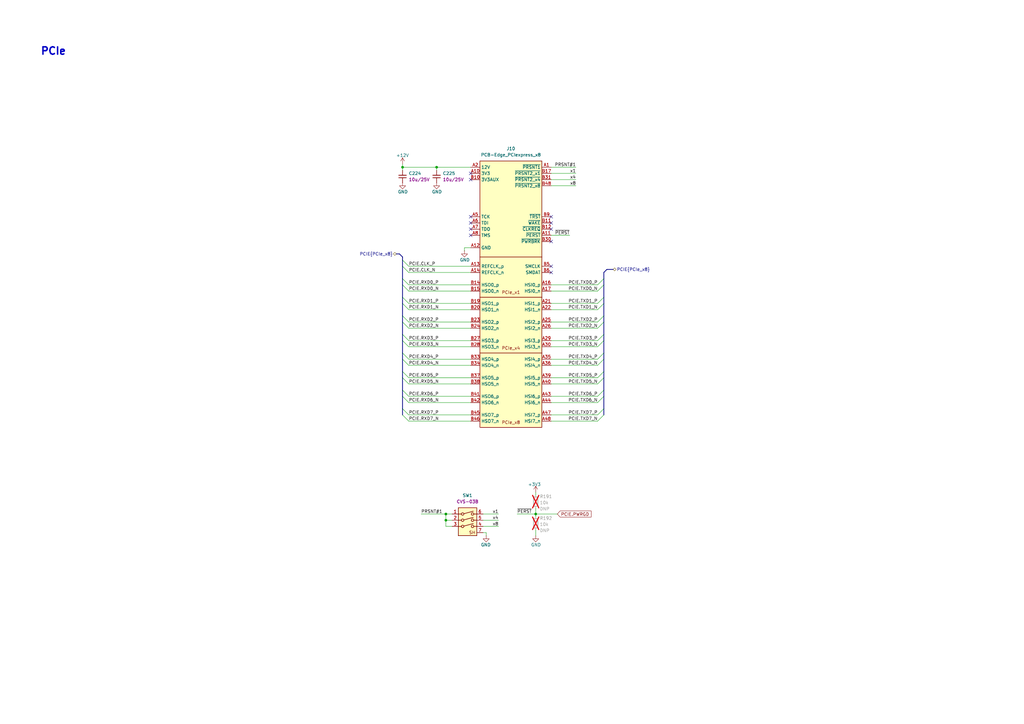
<source format=kicad_sch>
(kicad_sch (version 20230121) (generator eeschema)
  (paper "A3")
  (title_block (title "RDIMM DDR5 Tester") (date "2024-10") (rev "2.0.0") (comment 1 "www.antmicro.com") (comment 2 "Antmicro Ltd"))
  (lib_symbols
    (symbol "antmicroCapacitors0402:C_100n_0402" (pin_numbers hide) (pin_names hide)
      (property "Reference" "C" (at 20.32 -5.08 0))
      (property "Val" "100n" (at 20.32 -7.62 0))
      (symbol "C_100n_0402_0_1"
        (polyline (pts (xy 2.032 -1.524) (xy 2.032 1.524)) (stroke (width 0.3048)))
        (polyline (pts (xy 3.048 -1.524) (xy 3.048 1.524)) (stroke (width 0.3302)))
      )
      (symbol "C_100n_0402_1_1"
        (pin passive line (at 0 0 0) (length 2.032) (name "~") (number "1"))
        (pin passive line (at 5.08 0 180) (length 2.032) (name "~") (number "2"))
      )
    )
    (symbol "antmicroCapacitors0603:C_10u_25V_0603" (pin_numbers hide) (pin_names hide)
      (property "Reference" "C" (at 20.32 -5.08 0))
      (property "Val" "10u/25V" (at 20.32 -7.62 0))
      (symbol "C_10u_25V_0603_0_1"
        (polyline (pts (xy 2.032 -1.524) (xy 2.032 1.524)) (stroke (width 0.3048)))
        (polyline (pts (xy 3.048 -1.524) (xy 3.048 1.524)) (stroke (width 0.3302)))
      )
      (symbol "C_10u_25V_0603_1_1"
        (pin passive line (at 0 0 0) (length 2.032) (name "~") (number "1"))
        (pin passive line (at 5.08 0 180) (length 2.032) (name "~") (number "2"))
      )
    )
    (symbol "antmicroEdgeConnectors:PCB-Edge_PCIexpress_x8" (in_bom no)
      (property "Reference" "J" (at 48.26 -5.08 0))
      (property "Value" "PCB-Edge_PCIexpress_x8" (at 48.26 -7.62 0))
      (symbol "PCB-Edge_PCIexpress_x8_1_1"
        (polyline (pts (xy 3.81 -76.2) (xy 29.21 -76.2)) (stroke (width 0.254)) (fill (type background)))
        (polyline (pts (xy 29.21 -53.34) (xy 3.81 -53.34)) (stroke (width 0.254)) (fill (type background)))
        (polyline (pts (xy 29.21 -36.83) (xy 3.81 -36.83)) (stroke (width 0.254)) (fill (type background)))
        (rectangle (start 3.81 2.54) (end 29.21 -106.68) (stroke (width 0.254)) (fill (type background)))
        (text "PCIe_x1" (at 12.7 -52.07 0) (effects (font (size 1.27 1.27)) (justify left bottom)))
        (text "PCIe_x4" (at 12.7 -74.93 0) (effects (font (size 1.27 1.27)) (justify left bottom)))
        (text "PCIe_x8" (at 12.7 -105.41 0) (effects (font (size 1.27 1.27)) (justify left bottom)))
        (pin passive line (at 33.02 0 180) (length 3.81) (name "~{PRSNT1}") (number "A1"))
        (pin power_in line (at 0 -2.54 0) (length 3.81) (name "3V3") (number "A10"))
        (pin open_collector line (at 33.02 -27.94 180) (length 3.81) (name "~{PERST}") (number "A11"))
        (pin passive line (at 0 -33.02 0) (length 3.81) (name "GND") (number "A12"))
        (pin input line (at 0 -40.64 0) (length 3.81) (name "REFCLK_p") (number "A13"))
        (pin input line (at 0 -43.18 0) (length 3.81) (name "REFCLK_n") (number "A14"))
        (pin passive line (at 0 -33.02 0) (length 3.81) hide (name "GND") (number "A15"))
        (pin output line (at 33.02 -48.26 180) (length 3.81) (name "HSI0_p") (number "A16"))
        (pin output line (at 33.02 -50.8 180) (length 3.81) (name "HSI0_n") (number "A17"))
        (pin passive line (at 0 -33.02 0) (length 3.81) hide (name "GND") (number "A18"))
        (pin no_connect line (at 3.81 -7.62 0) (length 3.81) hide (name "NC") (number "A19"))
        (pin power_in line (at 0 0 0) (length 3.81) (name "12V") (number "A2"))
        (pin passive line (at 0 -33.02 0) (length 3.81) hide (name "GND") (number "A20"))
        (pin output line (at 33.02 -55.88 180) (length 3.81) (name "HSI1_p") (number "A21"))
        (pin output line (at 33.02 -58.42 180) (length 3.81) (name "HSI1_n") (number "A22"))
        (pin passive line (at 0 -33.02 0) (length 3.81) hide (name "GND") (number "A23"))
        (pin passive line (at 0 -33.02 0) (length 3.81) hide (name "GND") (number "A24"))
        (pin output line (at 33.02 -63.5 180) (length 3.81) (name "HSI2_p") (number "A25"))
        (pin output line (at 33.02 -66.04 180) (length 3.81) (name "HSI2_n") (number "A26"))
        (pin passive line (at 0 -33.02 0) (length 3.81) hide (name "GND") (number "A27"))
        (pin passive line (at 0 -33.02 0) (length 3.81) hide (name "GND") (number "A28"))
        (pin output line (at 33.02 -71.12 180) (length 3.81) (name "HSI3_p") (number "A29"))
        (pin passive line (at 0 0 0) (length 3.81) hide (name "12V") (number "A3"))
        (pin output line (at 33.02 -73.66 180) (length 3.81) (name "HSI3_n") (number "A30"))
        (pin passive line (at 0 -33.02 0) (length 3.81) hide (name "GND") (number "A31"))
        (pin no_connect line (at 3.81 -10.16 0) (length 3.81) hide (name "NC") (number "A32"))
        (pin no_connect line (at 3.81 -12.7 0) (length 3.81) hide (name "NC") (number "A33"))
        (pin passive line (at 0 -33.02 0) (length 3.81) hide (name "GND") (number "A34"))
        (pin output line (at 33.02 -78.74 180) (length 3.81) (name "HSI4_p") (number "A35"))
        (pin output line (at 33.02 -81.28 180) (length 3.81) (name "HSI4_n") (number "A36"))
        (pin passive line (at 0 -33.02 0) (length 3.81) hide (name "GND") (number "A37"))
        (pin passive line (at 0 -33.02 0) (length 3.81) hide (name "GND") (number "A38"))
        (pin output line (at 33.02 -86.36 180) (length 3.81) (name "HSI5_p") (number "A39"))
        (pin passive line (at 0 -33.02 0) (length 3.81) hide (name "GND") (number "A4"))
        (pin output line (at 33.02 -88.9 180) (length 3.81) (name "HSI5_n") (number "A40"))
        (pin passive line (at 0 -33.02 0) (length 3.81) hide (name "GND") (number "A41"))
        (pin passive line (at 0 -33.02 0) (length 3.81) hide (name "GND") (number "A42"))
        (pin output line (at 33.02 -93.98 180) (length 3.81) (name "HSI6_p") (number "A43"))
        (pin output line (at 33.02 -96.52 180) (length 3.81) (name "HSI6_n") (number "A44"))
        (pin passive line (at 0 -33.02 0) (length 3.81) hide (name "GND") (number "A45"))
        (pin passive line (at 0 -33.02 0) (length 3.81) hide (name "GND") (number "A46"))
        (pin output line (at 33.02 -101.6 180) (length 3.81) (name "HSI7_p") (number "A47"))
        (pin output line (at 33.02 -104.14 180) (length 3.81) (name "HSI7_n") (number "A48"))
        (pin passive line (at 0 -33.02 0) (length 3.81) hide (name "GND") (number "A49"))
        (pin input line (at 0 -20.32 0) (length 3.81) (name "TCK") (number "A5"))
        (pin input line (at 0 -22.86 0) (length 3.81) (name "TDI") (number "A6"))
        (pin output line (at 0 -25.4 0) (length 3.81) (name "TDO") (number "A7"))
        (pin input line (at 0 -27.94 0) (length 3.81) (name "TMS") (number "A8"))
        (pin passive line (at 0 -2.54 0) (length 3.81) hide (name "3V3") (number "A9"))
        (pin passive line (at 0 0 0) (length 3.81) hide (name "12V") (number "B1"))
        (pin power_in line (at 0 -5.08 0) (length 3.81) (name "3V3AUX") (number "B10"))
        (pin open_collector line (at 33.02 -22.86 180) (length 3.81) (name "~{WAKE}") (number "B11"))
        (pin open_collector line (at 33.02 -25.4 180) (length 3.81) (name "~{CLKREQ}") (number "B12"))
        (pin passive line (at 0 -33.02 0) (length 3.81) hide (name "GND") (number "B13"))
        (pin input line (at 0 -48.26 0) (length 3.81) (name "HSO0_p") (number "B14"))
        (pin input line (at 0 -50.8 0) (length 3.81) (name "HSO0_n") (number "B15"))
        (pin passive line (at 0 -33.02 0) (length 3.81) hide (name "GND") (number "B16"))
        (pin passive line (at 33.02 -2.54 180) (length 3.81) (name "~{PRSNT2_x1}") (number "B17"))
        (pin passive line (at 0 -33.02 0) (length 3.81) hide (name "GND") (number "B18"))
        (pin input line (at 0 -55.88 0) (length 3.81) (name "HSO1_p") (number "B19"))
        (pin passive line (at 0 0 0) (length 3.81) hide (name "12V") (number "B2"))
        (pin input line (at 0 -58.42 0) (length 3.81) (name "HSO1_n") (number "B20"))
        (pin passive line (at 0 -33.02 0) (length 3.81) hide (name "GND") (number "B21"))
        (pin passive line (at 0 -33.02 0) (length 3.81) hide (name "GND") (number "B22"))
        (pin input line (at 0 -63.5 0) (length 3.81) (name "HSO2_p") (number "B23"))
        (pin input line (at 0 -66.04 0) (length 3.81) (name "HSO2_n") (number "B24"))
        (pin passive line (at 0 -33.02 0) (length 3.81) hide (name "GND") (number "B25"))
        (pin passive line (at 0 -33.02 0) (length 3.81) hide (name "GND") (number "B26"))
        (pin input line (at 0 -71.12 0) (length 3.81) (name "HSO3_p") (number "B27"))
        (pin input line (at 0 -73.66 0) (length 3.81) (name "HSO3_n") (number "B28"))
        (pin passive line (at 0 -33.02 0) (length 3.81) hide (name "GND") (number "B29"))
        (pin passive line (at 0 0 0) (length 3.81) hide (name "12V") (number "B3"))
        (pin open_collector line (at 33.02 -30.48 180) (length 3.81) (name "~{PWRBRK}") (number "B30"))
        (pin passive line (at 33.02 -5.08 180) (length 3.81) (name "~{PRSNT2_x4}") (number "B31"))
        (pin passive line (at 0 -33.02 0) (length 3.81) hide (name "GND") (number "B32"))
        (pin input line (at 0 -78.74 0) (length 3.81) (name "HSO4_p") (number "B33"))
        (pin input line (at 0 -81.28 0) (length 3.81) (name "HSO4_n") (number "B34"))
        (pin passive line (at 0 -33.02 0) (length 3.81) hide (name "GND") (number "B35"))
        (pin passive line (at 0 -33.02 0) (length 3.81) hide (name "GND") (number "B36"))
        (pin input line (at 0 -86.36 0) (length 3.81) (name "HSO5_p") (number "B37"))
        (pin input line (at 0 -88.9 0) (length 3.81) (name "HSO5_n") (number "B38"))
        (pin passive line (at 0 -33.02 0) (length 3.81) hide (name "GND") (number "B39"))
        (pin passive line (at 0 -33.02 0) (length 3.81) hide (name "GND") (number "B4"))
        (pin passive line (at 0 -33.02 0) (length 3.81) hide (name "GND") (number "B40"))
        (pin input line (at 0 -93.98 0) (length 3.81) (name "HSO6_p") (number "B41"))
        (pin input line (at 0 -96.52 0) (length 3.81) (name "HSO6_n") (number "B42"))
        (pin passive line (at 0 -33.02 0) (length 3.81) hide (name "GND") (number "B43"))
        (pin passive line (at 0 -33.02 0) (length 3.81) hide (name "GND") (number "B44"))
        (pin input line (at 0 -101.6 0) (length 3.81) (name "HSO7_p") (number "B45"))
        (pin input line (at 0 -104.14 0) (length 3.81) (name "HSO7_n") (number "B46"))
        (pin passive line (at 0 -33.02 0) (length 3.81) hide (name "GND") (number "B47"))
        (pin passive line (at 33.02 -7.62 180) (length 3.81) (name "~{PRSNT2_x8}") (number "B48"))
        (pin passive line (at 0 -33.02 0) (length 3.81) hide (name "GND") (number "B49"))
        (pin open_collector line (at 33.02 -40.64 180) (length 3.81) (name "SMCLK") (number "B5"))
        (pin open_collector line (at 33.02 -43.18 180) (length 3.81) (name "SMDAT") (number "B6"))
        (pin passive line (at 0 -33.02 0) (length 3.81) hide (name "GND") (number "B7"))
        (pin passive line (at 0 -2.54 0) (length 3.81) hide (name "3V3") (number "B8"))
        (pin input line (at 33.02 -20.32 180) (length 3.81) (name "~{TRST}") (number "B9"))
      )
    )
    (symbol "antmicroResistors0402:R_10k_0402" (pin_numbers hide) (pin_names hide)
      (property "Reference" "R" (at 20.32 -5.08 0))
      (property "Val" "10k" (at 20.32 -7.62 0))
      (symbol "R_10k_0402_0_1"
        (rectangle (start 0.635 0.889) (end 4.445 -0.889) (stroke (width 0.254)))
      )
      (symbol "R_10k_0402_1_1"
        (pin passive line (at 0 0 0) (length 0.635) (name "~") (number "1"))
        (pin passive line (at 5.08 0 180) (length 0.635) (name "~") (number "2"))
      )
    )
    (symbol "antmicroSlideSwitches:CVS-03B" (pin_names hide)
      (property "Reference" "SW" (at 26.67 -2.54 0))
      (property "Value" "CVS-03B" (at 26.67 -5.08 0))
      (symbol "CVS-03B_1_1"
        (polyline (pts (xy 3.81 -2.54) (xy 2.54 -2.54)) (stroke (width 0.254)))
        (polyline (pts (xy 3.81 0) (xy 2.54 0)) (stroke (width 0.254)))
        (polyline (pts (xy 3.827 -5.0976) (xy 2.557 -5.0976)) (stroke (width 0.254)))
        (polyline (pts (xy 4.826 -4.953) (xy 8.7122 -3.9116)) (stroke (width 0.254)))
        (polyline (pts (xy 4.826 -2.413) (xy 8.7122 -1.3716)) (stroke (width 0.254)))
        (polyline (pts (xy 4.826 0.127) (xy 8.7122 1.1684)) (stroke (width 0.254)))
        (polyline (pts (xy 10.16 -5.08) (xy 8.89 -5.08)) (stroke (width 0.254)))
        (polyline (pts (xy 10.16 -2.54) (xy 8.89 -2.54)) (stroke (width 0.254)))
        (polyline (pts (xy 10.16 0) (xy 8.89 0)) (stroke (width 0.254)))
        (rectangle (start 2.54 2.54) (end 10.16 -8.89) (stroke (width 0.254)) (fill (type background)))
        (circle (center 4.318 -5.08) (radius 0.508) (stroke (width 0.254)))
        (circle (center 4.318 -2.54) (radius 0.508) (stroke (width 0.254)))
        (circle (center 4.318 0) (radius 0.508) (stroke (width 0.254)))
        (circle (center 8.382 -5.08) (radius 0.508) (stroke (width 0.254)))
        (circle (center 8.382 -2.54) (radius 0.508) (stroke (width 0.254)))
        (circle (center 8.382 0) (radius 0.508) (stroke (width 0.254)))
        (text "SH" (at 8.255 -7.62 0) (effects (font (size 1.27 1.27))))
        (pin passive line (at 0 0 0) (length 2.54) (name "1") (number "1"))
        (pin passive line (at 0 -2.54 0) (length 2.54) (name "2") (number "2"))
        (pin passive line (at 0 -5.08 0) (length 2.54) (name "3") (number "3"))
        (pin passive line (at 12.7 -5.08 180) (length 2.54) (name "4") (number "4"))
        (pin passive line (at 12.7 -2.54 180) (length 2.54) (name "5") (number "5"))
        (pin passive line (at 12.7 0 180) (length 2.54) (name "6") (number "6"))
        (pin power_in line (at 12.7 -7.62 180) (length 2.54) (name "7") (number "7"))
      )
    )
    (symbol "antmicropower:+12V" (power) (pin_names (offset 0))
      (property "Value" "+12V" (at 0 3.556 0))
      (symbol "+12V_0_1"
        (polyline (pts (xy -0.762 1.27) (xy 0 2.54)))
        (polyline (pts (xy 0 0) (xy 0 2.54)))
        (polyline (pts (xy 0 2.54) (xy 0.762 1.27)))
      )
      (symbol "+12V_1_1"
        (pin power_in line (at 0 0 90) (length 0) hide (name "+12V") (number "1"))
      )
    )
    (symbol "antmicropower:+3V3" (power) (pin_numbers hide) (pin_names hide)
      (property "Value" "+3V3" (at -3.175 2.54 0))
      (symbol "+3V3_0_1"
        (polyline (pts (xy 0 0) (xy 0 2.54)))
        (polyline (pts (xy 0 2.54) (xy -0.762 1.27)))
        (polyline (pts (xy 0 2.54) (xy 0.762 1.27)))
      )
      (symbol "+3V3_1_1"
        (pin power_in line (at 0 0 90) (length 0) hide (name "+3V3") (number "1"))
      )
    )
    (symbol "antmicropower:GND" (power) (pin_numbers hide) (pin_names hide)
      (property "Value" "GND" (at -1.905 -4.445 0))
      (symbol "GND_1_1"
        (polyline (pts (xy 0 0) (xy 0 -1.27) (xy 1.27 -1.27) (xy 0 -2.54) (xy -1.27 -1.27) (xy 0 -1.27)))
        (pin power_in line (at 0 0 270) (length 0) (name "GND") (number "1"))
      )
    )
    (symbol "data-center-rdimm-ddr5-tester:GND_10" (power) (pin_names (offset 0))
      (property "Value" "GND_10" (at 0 -3.81 0))
      (symbol "GND_10_0_1"
        (polyline (pts (xy 0 0) (xy 0 -1.27) (xy 1.27 -1.27) (xy 0 -2.54) (xy -1.27 -1.27) (xy 0 -1.27)))
      )
      (symbol "GND_10_1_1"
        (pin power_in line (at 0 0 270) (length 0) hide (name "GND") (number "1"))
      )
    )
  )
  (junction (at 182.88 213.36))
  (junction (at 179.07 68.58))
  (junction (at 219.71 210.82))
  (junction (at 182.88 210.82))
  (junction (at 165.1 68.58))
  (no_connect (at 193.04 73.66))
  (no_connect (at 193.04 96.52))
  (no_connect (at 226.06 109.22))
  (no_connect (at 226.06 99.06))
  (no_connect (at 193.04 88.9))
  (no_connect (at 226.06 91.44))
  (no_connect (at 226.06 93.98))
  (no_connect (at 226.06 111.76))
  (no_connect (at 193.04 91.44))
  (no_connect (at 226.06 88.9))
  (no_connect (at 193.04 93.98))
  (no_connect (at 193.04 71.12))
  (bus_entry (at 245.11 127) (size 2.54 -2.54))
  (bus_entry (at 245.11 172.72) (size 2.54 -2.54))
  (bus_entry (at 245.11 134.62) (size 2.54 -2.54))
  (bus_entry (at 245.11 147.32) (size 2.54 -2.54))
  (bus_entry (at 245.11 142.24) (size 2.54 -2.54))
  (bus_entry (at 245.11 116.84) (size 2.54 -2.54))
  (bus_entry (at 167.64 132.08) (size -2.54 -2.54))
  (bus_entry (at 245.11 149.86) (size 2.54 -2.54))
  (bus_entry (at 245.11 119.38) (size 2.54 -2.54))
  (bus_entry (at 245.11 165.1) (size 2.54 -2.54))
  (bus_entry (at 245.11 139.7) (size 2.54 -2.54))
  (bus_entry (at 167.64 162.56) (size -2.54 -2.54))
  (bus_entry (at 245.11 157.48) (size 2.54 -2.54))
  (bus_entry (at 245.11 124.46) (size 2.54 -2.54))
  (bus_entry (at 167.64 172.72) (size -2.54 -2.54))
  (bus_entry (at 167.64 119.38) (size -2.54 -2.54))
  (bus_entry (at 167.64 139.7) (size -2.54 -2.54))
  (bus_entry (at 167.64 149.86) (size -2.54 -2.54))
  (bus_entry (at 167.64 111.76) (size -2.54 -2.54))
  (bus_entry (at 245.11 170.18) (size 2.54 -2.54))
  (bus_entry (at 167.64 157.48) (size -2.54 -2.54))
  (bus_entry (at 245.11 132.08) (size 2.54 -2.54))
  (bus_entry (at 245.11 154.94) (size 2.54 -2.54))
  (bus_entry (at 167.64 109.22) (size -2.54 -2.54))
  (bus_entry (at 245.11 162.56) (size 2.54 -2.54))
  (bus_entry (at 167.64 134.62) (size -2.54 -2.54))
  (bus_entry (at 167.64 124.46) (size -2.54 -2.54))
  (bus_entry (at 167.64 142.24) (size -2.54 -2.54))
  (bus_entry (at 167.64 154.94) (size -2.54 -2.54))
  (bus_entry (at 167.64 165.1) (size -2.54 -2.54))
  (bus_entry (at 167.64 116.84) (size -2.54 -2.54))
  (bus_entry (at 167.64 170.18) (size -2.54 -2.54))
  (bus_entry (at 167.64 147.32) (size -2.54 -2.54))
  (bus_entry (at 167.64 127) (size -2.54 -2.54))
  (bus (pts (xy 165.1 129.54) (xy 165.1 132.08)))
  (wire (pts (xy 165.1 68.58) (xy 179.07 68.58)))
  (wire (pts (xy 167.64 111.76) (xy 193.04 111.76)))
  (wire (pts (xy 219.71 208.28) (xy 219.71 210.82)))
  (wire (pts (xy 245.11 170.18) (xy 226.06 170.18)))
  (bus (pts (xy 247.65 139.7) (xy 247.65 144.78)))
  (wire (pts (xy 198.12 215.9) (xy 204.47 215.9)))
  (bus (pts (xy 165.1 167.64) (xy 165.1 170.18)))
  (wire (pts (xy 245.11 154.94) (xy 226.06 154.94)))
  (wire (pts (xy 179.07 68.58) (xy 193.04 68.58)))
  (wire (pts (xy 226.06 71.12) (xy 236.22 71.12)))
  (wire (pts (xy 193.04 132.08) (xy 167.64 132.08)))
  (wire (pts (xy 226.06 76.2) (xy 236.22 76.2)))
  (wire (pts (xy 219.71 210.82) (xy 219.71 212.09)))
  (bus (pts (xy 247.65 121.92) (xy 247.65 124.46)))
  (bus (pts (xy 165.1 160.02) (xy 165.1 162.56)))
  (bus (pts (xy 247.65 137.16) (xy 247.65 139.7)))
  (wire (pts (xy 245.11 147.32) (xy 226.06 147.32)))
  (wire (pts (xy 245.11 149.86) (xy 226.06 149.86)))
  (wire (pts (xy 245.11 119.38) (xy 226.06 119.38)))
  (wire (pts (xy 182.88 210.82) (xy 185.42 210.82)))
  (wire (pts (xy 245.11 124.46) (xy 226.06 124.46)))
  (wire (pts (xy 193.04 134.62) (xy 167.64 134.62)))
  (bus (pts (xy 247.65 160.02) (xy 247.65 162.56)))
  (wire (pts (xy 182.88 210.82) (xy 182.88 213.36)))
  (wire (pts (xy 193.04 139.7) (xy 167.64 139.7)))
  (wire (pts (xy 165.1 68.58) (xy 165.1 69.85)))
  (bus (pts (xy 247.65 152.4) (xy 247.65 154.94)))
  (bus (pts (xy 165.1 162.56) (xy 165.1 167.64)))
  (bus (pts (xy 165.1 154.94) (xy 165.1 160.02)))
  (bus (pts (xy 165.1 132.08) (xy 165.1 137.16)))
  (wire (pts (xy 199.39 218.44) (xy 198.12 218.44)))
  (bus (pts (xy 165.1 147.32) (xy 165.1 152.4)))
  (bus (pts (xy 247.65 144.78) (xy 247.65 147.32)))
  (bus (pts (xy 165.1 106.68) (xy 165.1 109.22)))
  (wire (pts (xy 193.04 101.6) (xy 190.5 101.6)))
  (bus (pts (xy 247.65 147.32) (xy 247.65 152.4)))
  (bus (pts (xy 165.1 114.3) (xy 165.1 116.84)))
  (bus (pts (xy 247.65 132.08) (xy 247.65 137.16)))
  (bus (pts (xy 165.1 152.4) (xy 165.1 154.94)))
  (wire (pts (xy 193.04 170.18) (xy 167.64 170.18)))
  (bus (pts (xy 247.65 114.3) (xy 247.65 116.84)))
  (wire (pts (xy 219.71 210.82) (xy 228.6 210.82)))
  (wire (pts (xy 226.06 73.66) (xy 236.22 73.66)))
  (wire (pts (xy 193.04 119.38) (xy 167.64 119.38)))
  (wire (pts (xy 165.1 67.31) (xy 165.1 68.58)))
  (bus (pts (xy 247.65 154.94) (xy 247.65 160.02)))
  (wire (pts (xy 233.68 96.52) (xy 226.06 96.52)))
  (bus (pts (xy 247.65 129.54) (xy 247.65 132.08)))
  (wire (pts (xy 172.72 210.82) (xy 182.88 210.82)))
  (bus (pts (xy 247.65 124.46) (xy 247.65 129.54)))
  (wire (pts (xy 193.04 127) (xy 167.64 127)))
  (bus (pts (xy 165.1 105.41) (xy 165.1 106.68)))
  (wire (pts (xy 179.07 68.58) (xy 179.07 69.85)))
  (wire (pts (xy 219.71 219.71) (xy 219.71 217.17)))
  (wire (pts (xy 182.88 215.9) (xy 185.42 215.9)))
  (bus (pts (xy 165.1 137.16) (xy 165.1 139.7)))
  (wire (pts (xy 193.04 116.84) (xy 167.64 116.84)))
  (bus (pts (xy 251.46 110.49) (xy 248.92 110.49)))
  (wire (pts (xy 212.09 210.82) (xy 219.71 210.82)))
  (wire (pts (xy 245.11 132.08) (xy 226.06 132.08)))
  (bus (pts (xy 162.56 104.14) (xy 163.83 104.14)))
  (bus (pts (xy 247.65 162.56) (xy 247.65 167.64)))
  (wire (pts (xy 193.04 157.48) (xy 167.64 157.48)))
  (wire (pts (xy 193.04 124.46) (xy 167.64 124.46)))
  (wire (pts (xy 167.64 109.22) (xy 193.04 109.22)))
  (bus (pts (xy 163.83 104.14) (xy 165.1 105.41)))
  (wire (pts (xy 245.11 162.56) (xy 226.06 162.56)))
  (wire (pts (xy 199.39 218.44) (xy 199.39 219.71)))
  (bus (pts (xy 165.1 109.22) (xy 165.1 114.3)))
  (wire (pts (xy 190.5 101.6) (xy 190.5 102.87)))
  (wire (pts (xy 245.11 116.84) (xy 226.06 116.84)))
  (wire (pts (xy 236.22 68.58) (xy 226.06 68.58)))
  (bus (pts (xy 247.65 111.76) (xy 248.92 110.49)))
  (wire (pts (xy 245.11 142.24) (xy 226.06 142.24)))
  (wire (pts (xy 245.11 139.7) (xy 226.06 139.7)))
  (wire (pts (xy 182.88 213.36) (xy 185.42 213.36)))
  (wire (pts (xy 182.88 213.36) (xy 182.88 215.9)))
  (wire (pts (xy 245.11 172.72) (xy 226.06 172.72)))
  (wire (pts (xy 193.04 154.94) (xy 167.64 154.94)))
  (bus (pts (xy 165.1 121.92) (xy 165.1 124.46)))
  (bus (pts (xy 247.65 116.84) (xy 247.65 121.92)))
  (wire (pts (xy 204.47 213.36) (xy 198.12 213.36)))
  (wire (pts (xy 219.71 201.93) (xy 219.71 203.2)))
  (wire (pts (xy 193.04 149.86) (xy 167.64 149.86)))
  (bus (pts (xy 165.1 144.78) (xy 165.1 147.32)))
  (wire (pts (xy 193.04 142.24) (xy 167.64 142.24)))
  (bus (pts (xy 165.1 124.46) (xy 165.1 129.54)))
  (bus (pts (xy 247.65 167.64) (xy 247.65 170.18)))
  (wire (pts (xy 204.47 210.82) (xy 198.12 210.82)))
  (bus (pts (xy 165.1 139.7) (xy 165.1 144.78)))
  (wire (pts (xy 245.11 134.62) (xy 226.06 134.62)))
  (wire (pts (xy 193.04 165.1) (xy 167.64 165.1)))
  (wire (pts (xy 193.04 147.32) (xy 167.64 147.32)))
  (bus (pts (xy 247.65 111.76) (xy 247.65 114.3)))
  (bus (pts (xy 165.1 116.84) (xy 165.1 121.92)))
  (wire (pts (xy 245.11 165.1) (xy 226.06 165.1)))
  (wire (pts (xy 245.11 127) (xy 226.06 127)))
  (wire (pts (xy 245.11 157.48) (xy 226.06 157.48)))
  (wire (pts (xy 193.04 162.56) (xy 167.64 162.56)))
  (wire (pts (xy 193.04 172.72) (xy 167.64 172.72)))
  (text "PCIe" (at 16.51 22.86 0) (effects (font (size 3 3) (thickness 0.6) bold) (justify left bottom)))
  (label "x4" (at 204.47 213.36 180))
  (label "x4" (at 236.22 73.66 180))
  (label "PCIE.TXD2_P" (at 245.11 132.08 180))
  (label "PCIE.TXD4_P" (at 245.11 147.32 180))
  (label "PCIE.TXD6_N" (at 245.11 165.1 180))
  (label "~{PERST}" (at 233.68 96.52 180))
  (label "PRSNT#1" (at 172.72 210.82 0))
  (label "PCIE.TXD5_P" (at 245.11 154.94 180))
  (label "PCIE.RXD0_P" (at 167.64 116.84 0))
  (label "PCIE.RXD7_P" (at 167.64 170.18 0))
  (label "PCIE.RXD5_N" (at 167.64 157.48 0))
  (label "PCIE.RXD0_N" (at 167.64 119.38 0))
  (label "PCIE.TXD3_N" (at 245.11 142.24 180))
  (label "PCIE.RXD7_N" (at 167.64 172.72 0))
  (label "PCIE.TXD1_N" (at 245.11 127 180))
  (label "PCIE.TXD5_N" (at 245.11 157.48 180))
  (label "PCIE.RXD2_N" (at 167.64 134.62 0))
  (label "PCIE.TXD0_P" (at 245.11 116.84 180))
  (label "PCIE.TXD1_P" (at 245.11 124.46 180))
  (label "x1" (at 236.22 71.12 180))
  (label "PCIE.RXD3_P" (at 167.64 139.7 0))
  (label "x1" (at 204.47 210.82 180))
  (label "PCIE.RXD2_P" (at 167.64 132.08 0))
  (label "PCIE.RXD6_N" (at 167.64 165.1 0))
  (label "PCIE.TXD3_P" (at 245.11 139.7 180))
  (label "PCIE.TXD2_N" (at 245.11 134.62 180))
  (label "PCIE.RXD1_P" (at 167.64 124.46 0))
  (label "PCIE.RXD4_P" (at 167.64 147.32 0))
  (label "~{PERST}" (at 212.09 210.82 0))
  (label "PCIE.TXD7_P" (at 245.11 170.18 180))
  (label "PCIE.CLK_N" (at 167.64 111.76 0))
  (label "PCIE.RXD3_N" (at 167.64 142.24 0))
  (label "x8" (at 204.47 215.9 180))
  (label "PCIE.RXD6_P" (at 167.64 162.56 0))
  (label "PRSNT#1" (at 236.22 68.58 180))
  (label "PCIE.RXD4_N" (at 167.64 149.86 0))
  (label "PCIE.TXD6_P" (at 245.11 162.56 180))
  (label "PCIE.RXD5_P" (at 167.64 154.94 0))
  (label "PCIE.CLK_P" (at 167.64 109.22 0))
  (label "PCIE.TXD7_N" (at 245.11 172.72 180))
  (label "PCIE.TXD4_N" (at 245.11 149.86 180))
  (label "x8" (at 236.22 76.2 180))
  (label "PCIE.TXD0_N" (at 245.11 119.38 180))
  (label "PCIE.RXD1_N" (at 167.64 127 0))
  (global_label "PCIE.PWRGD" (shape input) (at 228.6 210.82 0) (property "Intersheetrefs" "${INTERSHEET_REFS}" (at 242.3542 210.7406 0) (effects (justify left))))
  (hierarchical_label "PCIE{PCIe_x8}" (shape bidirectional) (at 251.46 110.49 0))
  (hierarchical_label "PCIE{PCIe_x8}" (shape bidirectional) (at 162.56 104.14 180))
  (symbol (lib_id "antmicropower:GND") (at 165.1 74.93 0) (unit 1)
    (property "Reference" "#PWR0398" (effects hide))
    (property "Value" "GND" (at 163.195 79.375 0) (effects (justify left bottom)))
    (property "Author" "Antmicro" (effects hide))
    (property "License" "Apache-2.0" (effects hide))
  )
  (symbol (lib_id "antmicropower:GND") (at 190.5 102.87 0) (unit 1)
    (property "Reference" "#PWR0319" (effects hide))
    (property "Value" "GND" (at 188.595 107.315 0) (effects (justify left bottom)))
    (property "Author" "Antmicro" (effects hide))
    (property "License" "Apache-2.0" (effects hide))
  )
  (symbol (lib_id "antmicroSlideSwitches:CVS-03B") (at 185.42 210.82 0) (unit 1)
    (property "Reference" "SW1" (at 191.77 203.2 0))
    (property "Value" "CVS-03B" (effects hide))
    (property "Footprint" "antmicro-footprints:SW_DIP_SPSTx03_Slide_Copal_CVS-03xB_W5.9mm_P1mm" (effects hide))
    (property "Datasheet" "https://www.mouser.com/datasheet/2/972/cvs-1827291.pdf" (effects hide))
    (property "MPN" "CVS-03B" (at 191.77 205.74 0))
    (property "Manufacturer" "Nidec Components" (effects hide))
    (property "Author" "Antmicro" (effects hide))
    (property "License" "Apache-2.0" (effects hide))
  )
  (symbol (lib_id "antmicropower:+12V") (at 165.1 67.31 0) (unit 1)
    (property "Reference" "#PWR0422" (effects hide))
    (property "Value" "+12V" (at 165.1 63.7342 0))
  )
  (symbol (lib_id "antmicropower:GND") (at 219.71 219.71 0) (unit 1)
    (property "Reference" "#PWR0402" (effects hide))
    (property "Value" "GND" (at 217.805 224.155 0) (effects (justify left bottom)))
    (property "Author" "Antmicro" (effects hide))
    (property "License" "Apache-2.0" (effects hide))
  )
  (symbol (lib_id "antmicropower:GND") (at 199.39 219.71 0) (mirror y) (unit 1)
    (property "Reference" "#PWR0403" (effects hide))
    (property "Value" "GND" (at 201.295 224.155 0) (effects (justify left bottom)))
    (property "Author" "Antmicro" (effects hide))
    (property "License" "Apache-2.0" (effects hide))
  )
  (symbol (lib_id "antmicroCapacitors0603:C_10u_25V_0603") (at 179.07 74.93 90) (unit 1)
    (property "Reference" "C225" (at 181.61 71.1135 90) (effects (justify right)))
    (property "Value" "C_10u_25V_0603" (effects hide))
    (property "Footprint" "antmicro-footprints:C_0603_1608Metric" (effects hide))
    (property "Datasheet" "https://product.tdk.com/en/search/capacitor/ceramic/mlcc/info?part_no=C1608X5R1E106M080AC" (effects hide))
    (property "MPN" "C1608X5R1E106M080AC" (effects hide))
    (property "Manufacturer" "TDK" (effects hide))
    (property "License" "Apache-2.0" (effects hide))
    (property "Author" "Antmicro" (effects hide))
    (property "Val" "10u/25V" (at 181.61 73.6535 90) (effects (justify right)))
  )
  (symbol (lib_id "antmicroCapacitors0603:C_10u_25V_0603") (at 165.1 74.93 90) (unit 1)
    (property "Reference" "C224" (at 167.64 71.1135 90) (effects (justify right)))
    (property "Value" "C_10u_25V_0603" (effects hide))
    (property "Footprint" "antmicro-footprints:C_0603_1608Metric" (effects hide))
    (property "Datasheet" "https://product.tdk.com/en/search/capacitor/ceramic/mlcc/info?part_no=C1608X5R1E106M080AC" (effects hide))
    (property "MPN" "C1608X5R1E106M080AC" (effects hide))
    (property "Manufacturer" "TDK" (effects hide))
    (property "License" "Apache-2.0" (effects hide))
    (property "Author" "Antmicro" (effects hide))
    (property "Val" "10u/25V" (at 167.64 73.6535 90) (effects (justify right)))
  )
  (symbol (lib_id "antmicroEdgeConnectors:PCB-Edge_PCIexpress_x8") (at 193.04 68.58 0) (unit 1) (in_bom no)
    (property "Reference" "J10" (at 209.55 60.96 0))
    (property "Value" "PCB-Edge_PCIexpress_x8" (at 209.55 63.5 0))
    (property "Footprint" "antmicro-footprints:PCB-Edge_PCIexpress_x8" (effects hide))
    (property "Author" "Antmicro" (effects hide))
    (property "License" "Apache-2.0" (effects hide))
  )
  (symbol (lib_id "antmicropower:+3V3") (at 219.71 201.93 0) (unit 1)
    (property "Reference" "#PWR0401" (effects hide))
    (property "Value" "+3V3" (at 216.535 199.39 0) (effects (justify left bottom)))
    (property "Author" "Antmicro" (effects hide))
    (property "License" "Apache-2.0" (effects hide))
  )
  (symbol (lib_id "antmicropower:GND") (at 179.07 74.93 0) (unit 1)
    (property "Reference" "#PWR0399" (effects hide))
    (property "Value" "GND" (at 177.165 79.375 0) (effects (justify left bottom)))
    (property "Author" "Antmicro" (effects hide))
    (property "License" "Apache-2.0" (effects hide))
  )
  (symbol (lib_id "antmicroResistors0402:R_10k_0402") (at 219.71 208.28 90) (unit 1) (in_bom no) (dnp yes)
    (property "Reference" "R191" (at 221.361 203.6435 90) (effects (justify right)))
    (property "Value" "R_10k_0402" (effects hide))
    (property "Footprint" "antmicro-footprints:R_0402_1005Metric" (effects hide))
    (property "Datasheet" "https://www.bourns.com/docs/product-datasheets/cr.pdf" (effects hide))
    (property "MPN" "CR0402-FX-1002GLF" (effects hide))
    (property "Manufacturer" "Bourns" (effects hide))
    (property "License" "Apache-2.0" (effects hide))
    (property "Author" "Antmicro" (effects hide))
    (property "Val" "10k" (at 221.361 206.1672 90) (effects (justify right)))
    (property "Tolerance" "1%" (effects hide))
    (property "DNP" "DNP" (at 221.361 208.6975 90) (effects (justify right)))
  )
  (symbol (lib_id "antmicroResistors0402:R_10k_0402") (at 219.71 217.17 90) (unit 1) (in_bom no) (dnp yes)
    (property "Reference" "R192" (at 221.361 212.5335 90) (effects (justify right)))
    (property "Value" "R_10k_0402" (effects hide))
    (property "Footprint" "antmicro-footprints:R_0402_1005Metric" (effects hide))
    (property "Datasheet" "https://www.bourns.com/docs/product-datasheets/cr.pdf" (effects hide))
    (property "MPN" "CR0402-FX-1002GLF" (effects hide))
    (property "Manufacturer" "Bourns" (effects hide))
    (property "License" "Apache-2.0" (effects hide))
    (property "Author" "Antmicro" (effects hide))
    (property "Val" "10k" (at 221.361 215.0572 90) (effects (justify right)))
    (property "Tolerance" "1%" (effects hide))
    (property "DNP" "DNP" (at 221.361 217.5875 90) (effects (justify right)))
  )
)
</source>
